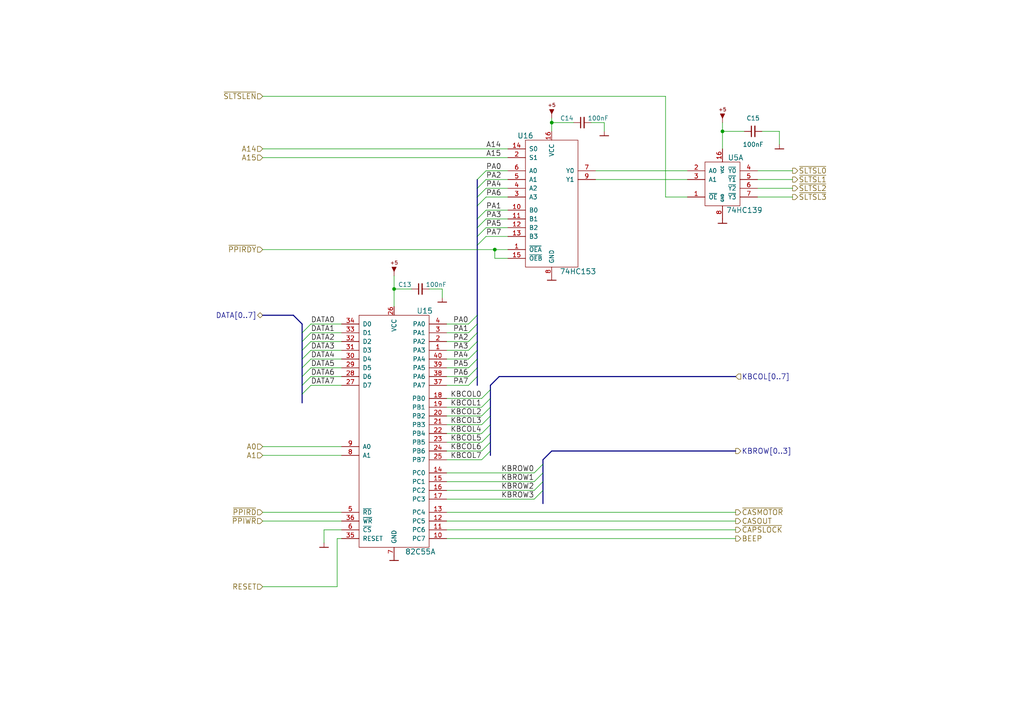
<source format=kicad_sch>
(kicad_sch (version 20211123) (generator eeschema)

  (uuid 40b14a16-fb82-4b9d-89dd-55cd98abb5cc)

  (paper "A4")

  (lib_symbols
    (symbol "artemisa:74HC139" (pin_names (offset 1.016)) (in_bom yes) (on_board yes)
      (property "Reference" "U" (id 0) (at 3.81 7.62 0)
        (effects (font (size 1.27 1.27)))
      )
      (property "Value" "74HC139" (id 1) (at 7.62 -7.62 0)
        (effects (font (size 1.27 1.27)))
      )
      (property "Footprint" "" (id 2) (at 0 -3.81 0)
        (effects (font (size 1.524 1.524)) hide)
      )
      (property "Datasheet" "" (id 3) (at 0 -3.81 0)
        (effects (font (size 1.524 1.524)) hide)
      )
      (symbol "74HC139_1_0"
        (pin power_in line (at 0 10.16 270) (length 3.81)
          (name "VCC" (effects (font (size 0.762 0.762))))
          (number "16" (effects (font (size 1.27 1.27))))
        )
        (pin power_in line (at 0 -10.16 90) (length 3.81)
          (name "GND" (effects (font (size 0.762 0.762))))
          (number "8" (effects (font (size 1.27 1.27))))
        )
      )
      (symbol "74HC139_1_1"
        (rectangle (start -5.08 6.35) (end 5.08 -6.35)
          (stroke (width 0) (type default) (color 0 0 0 0))
          (fill (type none))
        )
        (pin input line (at -10.16 -3.81 0) (length 5.08)
          (name "~{OE}" (effects (font (size 1.27 1.27))))
          (number "1" (effects (font (size 1.27 1.27))))
        )
        (pin input line (at -10.16 3.81 0) (length 5.08)
          (name "A0" (effects (font (size 1.27 1.27))))
          (number "2" (effects (font (size 1.27 1.27))))
        )
        (pin input line (at -10.16 1.27 0) (length 5.08)
          (name "A1" (effects (font (size 1.27 1.27))))
          (number "3" (effects (font (size 1.27 1.27))))
        )
        (pin output line (at 10.16 3.81 180) (length 5.08)
          (name "~{Y0}" (effects (font (size 1.27 1.27))))
          (number "4" (effects (font (size 1.27 1.27))))
        )
        (pin output line (at 10.16 1.27 180) (length 5.08)
          (name "~{Y1}" (effects (font (size 1.27 1.27))))
          (number "5" (effects (font (size 1.27 1.27))))
        )
        (pin output line (at 10.16 -1.27 180) (length 5.08)
          (name "~{Y2}" (effects (font (size 1.27 1.27))))
          (number "6" (effects (font (size 1.27 1.27))))
        )
        (pin output line (at 10.16 -3.81 180) (length 5.08)
          (name "~{Y3}" (effects (font (size 1.27 1.27))))
          (number "7" (effects (font (size 1.27 1.27))))
        )
      )
      (symbol "74HC139_2_1"
        (rectangle (start -5.08 6.35) (end 5.08 -6.35)
          (stroke (width 0) (type default) (color 0 0 0 0))
          (fill (type none))
        )
        (pin output line (at 10.16 -1.27 180) (length 5.08)
          (name "~{Y2}" (effects (font (size 1.27 1.27))))
          (number "10" (effects (font (size 1.27 1.27))))
        )
        (pin output line (at 10.16 1.27 180) (length 5.08)
          (name "~{Y1}" (effects (font (size 1.27 1.27))))
          (number "11" (effects (font (size 1.27 1.27))))
        )
        (pin output line (at 10.16 3.81 180) (length 5.08)
          (name "~{Y0}" (effects (font (size 1.27 1.27))))
          (number "12" (effects (font (size 1.27 1.27))))
        )
        (pin input line (at -10.16 1.27 0) (length 5.08)
          (name "A1" (effects (font (size 1.27 1.27))))
          (number "13" (effects (font (size 1.27 1.27))))
        )
        (pin input line (at -10.16 3.81 0) (length 5.08)
          (name "A0" (effects (font (size 1.27 1.27))))
          (number "14" (effects (font (size 1.27 1.27))))
        )
        (pin input line (at -10.16 -3.81 0) (length 5.08)
          (name "~{OE}" (effects (font (size 1.27 1.27))))
          (number "15" (effects (font (size 1.27 1.27))))
        )
        (pin output line (at 10.16 -3.81 180) (length 5.08)
          (name "~{Y3}" (effects (font (size 1.27 1.27))))
          (number "9" (effects (font (size 1.27 1.27))))
        )
      )
    )
    (symbol "artemisa:74HC153" (pin_names (offset 1.016)) (in_bom yes) (on_board yes)
      (property "Reference" "U" (id 0) (at 6.35 20.32 0)
        (effects (font (size 1.524 1.524)))
      )
      (property "Value" "74HC153" (id 1) (at 6.35 -19.05 0)
        (effects (font (size 1.524 1.524)))
      )
      (property "Footprint" "" (id 2) (at 0 -3.81 0)
        (effects (font (size 1.524 1.524)) hide)
      )
      (property "Datasheet" "" (id 3) (at 0 -3.81 0)
        (effects (font (size 1.524 1.524)) hide)
      )
      (symbol "74HC153_0_1"
        (rectangle (start -7.62 19.05) (end 7.62 -17.78)
          (stroke (width 0) (type default) (color 0 0 0 0))
          (fill (type none))
        )
        (pin input line (at -12.7 -1.27 0) (length 5.08)
          (name "B0" (effects (font (size 1.27 1.27))))
          (number "10" (effects (font (size 1.27 1.27))))
        )
        (pin input line (at -12.7 -3.81 0) (length 5.08)
          (name "B1" (effects (font (size 1.27 1.27))))
          (number "11" (effects (font (size 1.27 1.27))))
        )
        (pin input line (at -12.7 -6.35 0) (length 5.08)
          (name "B2" (effects (font (size 1.27 1.27))))
          (number "12" (effects (font (size 1.27 1.27))))
        )
        (pin input line (at -12.7 -8.89 0) (length 5.08)
          (name "B3" (effects (font (size 1.27 1.27))))
          (number "13" (effects (font (size 1.27 1.27))))
        )
        (pin input line (at -12.7 16.51 0) (length 5.08)
          (name "S0" (effects (font (size 1.27 1.27))))
          (number "14" (effects (font (size 1.27 1.27))))
        )
        (pin power_in line (at 0 21.59 270) (length 2.54)
          (name "VCC" (effects (font (size 1.27 1.27))))
          (number "16" (effects (font (size 1.27 1.27))))
        )
        (pin input line (at -12.7 13.97 0) (length 5.08)
          (name "S1" (effects (font (size 1.27 1.27))))
          (number "2" (effects (font (size 1.27 1.27))))
        )
        (pin input line (at -12.7 2.54 0) (length 5.08)
          (name "A3" (effects (font (size 1.27 1.27))))
          (number "3" (effects (font (size 1.27 1.27))))
        )
        (pin input line (at -12.7 5.08 0) (length 5.08)
          (name "A2" (effects (font (size 1.27 1.27))))
          (number "4" (effects (font (size 1.27 1.27))))
        )
        (pin input line (at -12.7 7.62 0) (length 5.08)
          (name "A1" (effects (font (size 1.27 1.27))))
          (number "5" (effects (font (size 1.27 1.27))))
        )
        (pin input line (at -12.7 10.16 0) (length 5.08)
          (name "A0" (effects (font (size 1.27 1.27))))
          (number "6" (effects (font (size 1.27 1.27))))
        )
        (pin power_in line (at 0 -20.32 90) (length 2.54)
          (name "GND" (effects (font (size 1.27 1.27))))
          (number "8" (effects (font (size 1.27 1.27))))
        )
      )
      (symbol "74HC153_1_1"
        (pin input line (at -12.7 -12.7 0) (length 5.08)
          (name "~{OEA}" (effects (font (size 1.27 1.27))))
          (number "1" (effects (font (size 1.27 1.27))))
        )
        (pin input line (at -12.7 -15.24 0) (length 5.08)
          (name "~{OEB}" (effects (font (size 1.27 1.27))))
          (number "15" (effects (font (size 1.27 1.27))))
        )
        (pin output line (at 12.7 10.16 180) (length 5.08)
          (name "Y0" (effects (font (size 1.27 1.27))))
          (number "7" (effects (font (size 1.27 1.27))))
        )
        (pin output line (at 12.7 7.62 180) (length 5.08)
          (name "Y1" (effects (font (size 1.27 1.27))))
          (number "9" (effects (font (size 1.27 1.27))))
        )
      )
    )
    (symbol "artemisa:82C55A" (pin_names (offset 1.016)) (in_bom yes) (on_board yes)
      (property "Reference" "U" (id 0) (at 8.89 36.83 0)
        (effects (font (size 1.524 1.524)))
      )
      (property "Value" "82C55A" (id 1) (at 7.62 -33.02 0)
        (effects (font (size 1.524 1.524)))
      )
      (property "Footprint" "" (id 2) (at 5.08 13.97 0)
        (effects (font (size 1.524 1.524)) hide)
      )
      (property "Datasheet" "" (id 3) (at 5.08 13.97 0)
        (effects (font (size 1.524 1.524)) hide)
      )
      (symbol "82C55A_0_1"
        (rectangle (start -10.16 35.56) (end 10.16 -31.75)
          (stroke (width 0) (type default) (color 0 0 0 0))
          (fill (type none))
        )
      )
      (symbol "82C55A_1_1"
        (pin bidirectional line (at 15.24 25.4 180) (length 5.08)
          (name "PA3" (effects (font (size 1.27 1.27))))
          (number "1" (effects (font (size 1.27 1.27))))
        )
        (pin bidirectional line (at 15.24 -29.21 180) (length 5.08)
          (name "PC7" (effects (font (size 1.27 1.27))))
          (number "10" (effects (font (size 1.27 1.27))))
        )
        (pin bidirectional line (at 15.24 -26.67 180) (length 5.08)
          (name "PC6" (effects (font (size 1.27 1.27))))
          (number "11" (effects (font (size 1.27 1.27))))
        )
        (pin bidirectional line (at 15.24 -24.13 180) (length 5.08)
          (name "PC5" (effects (font (size 1.27 1.27))))
          (number "12" (effects (font (size 1.27 1.27))))
        )
        (pin bidirectional line (at 15.24 -21.59 180) (length 5.08)
          (name "PC4" (effects (font (size 1.27 1.27))))
          (number "13" (effects (font (size 1.27 1.27))))
        )
        (pin bidirectional line (at 15.24 -10.16 180) (length 5.08)
          (name "PC0" (effects (font (size 1.27 1.27))))
          (number "14" (effects (font (size 1.27 1.27))))
        )
        (pin bidirectional line (at 15.24 -12.7 180) (length 5.08)
          (name "PC1" (effects (font (size 1.27 1.27))))
          (number "15" (effects (font (size 1.27 1.27))))
        )
        (pin bidirectional line (at 15.24 -15.24 180) (length 5.08)
          (name "PC2" (effects (font (size 1.27 1.27))))
          (number "16" (effects (font (size 1.27 1.27))))
        )
        (pin bidirectional line (at 15.24 -17.78 180) (length 5.08)
          (name "PC3" (effects (font (size 1.27 1.27))))
          (number "17" (effects (font (size 1.27 1.27))))
        )
        (pin bidirectional line (at 15.24 11.43 180) (length 5.08)
          (name "PB0" (effects (font (size 1.27 1.27))))
          (number "18" (effects (font (size 1.27 1.27))))
        )
        (pin bidirectional line (at 15.24 8.89 180) (length 5.08)
          (name "PB1" (effects (font (size 1.27 1.27))))
          (number "19" (effects (font (size 1.27 1.27))))
        )
        (pin bidirectional line (at 15.24 27.94 180) (length 5.08)
          (name "PA2" (effects (font (size 1.27 1.27))))
          (number "2" (effects (font (size 1.27 1.27))))
        )
        (pin bidirectional line (at 15.24 6.35 180) (length 5.08)
          (name "PB2" (effects (font (size 1.27 1.27))))
          (number "20" (effects (font (size 1.27 1.27))))
        )
        (pin bidirectional line (at 15.24 3.81 180) (length 5.08)
          (name "PB3" (effects (font (size 1.27 1.27))))
          (number "21" (effects (font (size 1.27 1.27))))
        )
        (pin bidirectional line (at 15.24 1.27 180) (length 5.08)
          (name "PB4" (effects (font (size 1.27 1.27))))
          (number "22" (effects (font (size 1.27 1.27))))
        )
        (pin bidirectional line (at 15.24 -1.27 180) (length 5.08)
          (name "PB5" (effects (font (size 1.27 1.27))))
          (number "23" (effects (font (size 1.27 1.27))))
        )
        (pin bidirectional line (at 15.24 -3.81 180) (length 5.08)
          (name "PB6" (effects (font (size 1.27 1.27))))
          (number "24" (effects (font (size 1.27 1.27))))
        )
        (pin bidirectional line (at 15.24 -6.35 180) (length 5.08)
          (name "PB7" (effects (font (size 1.27 1.27))))
          (number "25" (effects (font (size 1.27 1.27))))
        )
        (pin power_in line (at 0 38.1 270) (length 2.54)
          (name "VCC" (effects (font (size 1.27 1.27))))
          (number "26" (effects (font (size 1.27 1.27))))
        )
        (pin input line (at -15.24 15.24 0) (length 5.08)
          (name "D7" (effects (font (size 1.27 1.27))))
          (number "27" (effects (font (size 1.27 1.27))))
        )
        (pin input line (at -15.24 17.78 0) (length 5.08)
          (name "D6" (effects (font (size 1.27 1.27))))
          (number "28" (effects (font (size 1.27 1.27))))
        )
        (pin input line (at -15.24 20.32 0) (length 5.08)
          (name "D5" (effects (font (size 1.27 1.27))))
          (number "29" (effects (font (size 1.27 1.27))))
        )
        (pin bidirectional line (at 15.24 30.48 180) (length 5.08)
          (name "PA1" (effects (font (size 1.27 1.27))))
          (number "3" (effects (font (size 1.27 1.27))))
        )
        (pin input line (at -15.24 22.86 0) (length 5.08)
          (name "D4" (effects (font (size 1.27 1.27))))
          (number "30" (effects (font (size 1.27 1.27))))
        )
        (pin input line (at -15.24 25.4 0) (length 5.08)
          (name "D3" (effects (font (size 1.27 1.27))))
          (number "31" (effects (font (size 1.27 1.27))))
        )
        (pin input line (at -15.24 27.94 0) (length 5.08)
          (name "D2" (effects (font (size 1.27 1.27))))
          (number "32" (effects (font (size 1.27 1.27))))
        )
        (pin input line (at -15.24 30.48 0) (length 5.08)
          (name "D1" (effects (font (size 1.27 1.27))))
          (number "33" (effects (font (size 1.27 1.27))))
        )
        (pin input line (at -15.24 33.02 0) (length 5.08)
          (name "D0" (effects (font (size 1.27 1.27))))
          (number "34" (effects (font (size 1.27 1.27))))
        )
        (pin input line (at -15.24 -29.21 0) (length 5.08)
          (name "RESET" (effects (font (size 1.27 1.27))))
          (number "35" (effects (font (size 1.27 1.27))))
        )
        (pin input line (at -15.24 -24.13 0) (length 5.08)
          (name "~{WR}" (effects (font (size 1.27 1.27))))
          (number "36" (effects (font (size 1.27 1.27))))
        )
        (pin bidirectional line (at 15.24 15.24 180) (length 5.08)
          (name "PA7" (effects (font (size 1.27 1.27))))
          (number "37" (effects (font (size 1.27 1.27))))
        )
        (pin bidirectional line (at 15.24 17.78 180) (length 5.08)
          (name "PA6" (effects (font (size 1.27 1.27))))
          (number "38" (effects (font (size 1.27 1.27))))
        )
        (pin bidirectional line (at 15.24 20.32 180) (length 5.08)
          (name "PA5" (effects (font (size 1.27 1.27))))
          (number "39" (effects (font (size 1.27 1.27))))
        )
        (pin bidirectional line (at 15.24 33.02 180) (length 5.08)
          (name "PA0" (effects (font (size 1.27 1.27))))
          (number "4" (effects (font (size 1.27 1.27))))
        )
        (pin bidirectional line (at 15.24 22.86 180) (length 5.08)
          (name "PA4" (effects (font (size 1.27 1.27))))
          (number "40" (effects (font (size 1.27 1.27))))
        )
        (pin input line (at -15.24 -21.59 0) (length 5.08)
          (name "~{RD}" (effects (font (size 1.27 1.27))))
          (number "5" (effects (font (size 1.27 1.27))))
        )
        (pin input line (at -15.24 -26.67 0) (length 5.08)
          (name "~{CS}" (effects (font (size 1.27 1.27))))
          (number "6" (effects (font (size 1.27 1.27))))
        )
        (pin power_in line (at 0 -34.29 90) (length 2.54)
          (name "GND" (effects (font (size 1.27 1.27))))
          (number "7" (effects (font (size 1.27 1.27))))
        )
        (pin input line (at -15.24 -5.08 0) (length 5.08)
          (name "A1" (effects (font (size 1.27 1.27))))
          (number "8" (effects (font (size 1.27 1.27))))
        )
        (pin input line (at -15.24 -2.54 0) (length 5.08)
          (name "A0" (effects (font (size 1.27 1.27))))
          (number "9" (effects (font (size 1.27 1.27))))
        )
      )
    )
    (symbol "artemisa:Cap" (pin_numbers hide) (pin_names (offset 0.254) hide) (in_bom yes) (on_board yes)
      (property "Reference" "C" (id 0) (at 0.254 1.778 0)
        (effects (font (size 1.27 1.27)) (justify left))
      )
      (property "Value" "Cap" (id 1) (at 0.254 -2.032 0)
        (effects (font (size 1.27 1.27)) (justify left))
      )
      (property "Footprint" "" (id 2) (at 0 0 0)
        (effects (font (size 1.27 1.27)) hide)
      )
      (property "Datasheet" "" (id 3) (at 0 0 0)
        (effects (font (size 1.27 1.27)) hide)
      )
      (property "ki_fp_filters" "C_*" (id 4) (at 0 0 0)
        (effects (font (size 1.27 1.27)) hide)
      )
      (symbol "Cap_0_1"
        (polyline
          (pts
            (xy -1.524 -0.508)
            (xy 1.524 -0.508)
          )
          (stroke (width 0.3302) (type default) (color 0 0 0 0))
          (fill (type none))
        )
        (polyline
          (pts
            (xy -1.524 0.508)
            (xy 1.524 0.508)
          )
          (stroke (width 0.3048) (type default) (color 0 0 0 0))
          (fill (type none))
        )
      )
      (symbol "Cap_1_1"
        (pin passive line (at 0 2.54 270) (length 2.032)
          (name "~" (effects (font (size 1.27 1.27))))
          (number "1" (effects (font (size 1.27 1.27))))
        )
        (pin passive line (at 0 -2.54 90) (length 2.032)
          (name "~" (effects (font (size 1.27 1.27))))
          (number "2" (effects (font (size 1.27 1.27))))
        )
      )
    )
    (symbol "artemisa:GND" (power) (pin_numbers hide) (pin_names (offset 0) hide) (in_bom yes) (on_board yes)
      (property "Reference" "#PWR" (id 0) (at 0 -2.54 0)
        (effects (font (size 1.524 1.524)) hide)
      )
      (property "Value" "GND" (id 1) (at 0 2.54 0)
        (effects (font (size 1.524 1.524)) hide)
      )
      (property "Footprint" "" (id 2) (at 0 0 0)
        (effects (font (size 1.524 1.524)) hide)
      )
      (property "Datasheet" "" (id 3) (at 0 0 0)
        (effects (font (size 1.524 1.524)) hide)
      )
      (symbol "GND_0_1"
        (polyline
          (pts
            (xy -1.27 -1.27)
            (xy 1.27 -1.27)
          )
          (stroke (width 0.254) (type default) (color 0 0 0 0))
          (fill (type none))
        )
      )
      (symbol "GND_1_1"
        (pin power_in line (at 0 0 270) (length 1.27)
          (name "GND" (effects (font (size 1.27 1.27))))
          (number "~" (effects (font (size 1.27 1.27))))
        )
      )
    )
    (symbol "artemisa:VCC" (power) (pin_numbers hide) (pin_names (offset 0) hide) (in_bom yes) (on_board yes)
      (property "Reference" "#PWR" (id 0) (at 0 -1.27 0)
        (effects (font (size 1.524 1.524)) hide)
      )
      (property "Value" "VCC" (id 1) (at 0 6.35 0)
        (effects (font (size 1.524 1.524)) hide)
      )
      (property "Footprint" "" (id 2) (at 0 0 0)
        (effects (font (size 1.524 1.524)) hide)
      )
      (property "Datasheet" "" (id 3) (at 0 0 0)
        (effects (font (size 1.524 1.524)) hide)
      )
      (symbol "VCC_0_0"
        (text "+5" (at 0 3.81 0)
          (effects (font (size 1.016 1.016)))
        )
      )
      (symbol "VCC_0_1"
        (polyline
          (pts
            (xy 0 1.27)
            (xy 0.635 2.54)
            (xy -0.635 2.54)
            (xy 0 1.27)
          )
          (stroke (width 0) (type default) (color 0 0 0 0))
          (fill (type outline))
        )
      )
      (symbol "VCC_1_1"
        (pin power_in line (at 0 0 90) (length 1.27)
          (name "VCC" (effects (font (size 1.27 1.27))))
          (number "1" (effects (font (size 1.27 1.27))))
        )
      )
    )
  )


  (junction (at 209.55 38.1) (diameter 0) (color 0 0 0 0)
    (uuid 22bb6c80-05a9-4d89-98b0-f4c23fe6c1ce)
  )
  (junction (at 160.02 35.56) (diameter 0) (color 0 0 0 0)
    (uuid e17e6c0e-7e5b-43f0-ad48-0a2760b45b04)
  )
  (junction (at 143.51 72.39) (diameter 0) (color 0 0 0 0)
    (uuid e97b5984-9f0f-43a4-9b8a-838eef4cceb2)
  )
  (junction (at 114.3 83.82) (diameter 0) (color 0 0 0 0)
    (uuid f959907b-1cef-4760-b043-4260a660a2ae)
  )

  (bus_entry (at 154.94 137.16) (size 2.54 -2.54)
    (stroke (width 0) (type default) (color 0 0 0 0))
    (uuid 0520f61d-4522-4301-a3fa-8ed0bf060f69)
  )
  (bus_entry (at 138.43 106.68) (size -2.54 2.54)
    (stroke (width 0) (type default) (color 0 0 0 0))
    (uuid 0ae82096-0994-4fb0-9a2a-d4ac4804abac)
  )
  (bus_entry (at 138.43 57.15) (size 2.54 -2.54)
    (stroke (width 0) (type default) (color 0 0 0 0))
    (uuid 109caac1-5036-4f23-9a66-f569d871501b)
  )
  (bus_entry (at 142.24 130.81) (size -2.54 2.54)
    (stroke (width 0) (type default) (color 0 0 0 0))
    (uuid 155b0b7c-70b4-4a26-a550-bac13cab0aa4)
  )
  (bus_entry (at 138.43 101.6) (size -2.54 2.54)
    (stroke (width 0) (type default) (color 0 0 0 0))
    (uuid 1c68b844-c861-46b7-b734-0242168a4220)
  )
  (bus_entry (at 138.43 66.04) (size 2.54 -2.54)
    (stroke (width 0) (type default) (color 0 0 0 0))
    (uuid 1f8b2c0c-b042-4e2e-80f6-4959a27b238f)
  )
  (bus_entry (at 142.24 128.27) (size -2.54 2.54)
    (stroke (width 0) (type default) (color 0 0 0 0))
    (uuid 1fa508ef-df83-4c99-846b-9acf535b3ad9)
  )
  (bus_entry (at 138.43 96.52) (size -2.54 2.54)
    (stroke (width 0) (type default) (color 0 0 0 0))
    (uuid 224768bc-6009-43ba-aa4a-70cbaa15b5a3)
  )
  (bus_entry (at 87.63 106.68) (size 2.54 -2.54)
    (stroke (width 0) (type default) (color 0 0 0 0))
    (uuid 37f31dec-63fc-4634-a141-5dc5d2b60fe4)
  )
  (bus_entry (at 154.94 139.7) (size 2.54 -2.54)
    (stroke (width 0) (type default) (color 0 0 0 0))
    (uuid 411d4270-c66c-4318-b7fb-1470d34862b8)
  )
  (bus_entry (at 87.63 96.52) (size 2.54 -2.54)
    (stroke (width 0) (type default) (color 0 0 0 0))
    (uuid 4e315e69-0417-463a-8b7f-469a08d1496e)
  )
  (bus_entry (at 142.24 125.73) (size -2.54 2.54)
    (stroke (width 0) (type default) (color 0 0 0 0))
    (uuid 4f411f68-04bd-4175-a406-bcaa4cf6601e)
  )
  (bus_entry (at 87.63 99.06) (size 2.54 -2.54)
    (stroke (width 0) (type default) (color 0 0 0 0))
    (uuid 4fa10683-33cd-4dcd-8acc-2415cd63c62a)
  )
  (bus_entry (at 138.43 63.5) (size 2.54 -2.54)
    (stroke (width 0) (type default) (color 0 0 0 0))
    (uuid 6b7c1048-12b6-46b2-b762-fa3ad30472dd)
  )
  (bus_entry (at 142.24 113.03) (size -2.54 2.54)
    (stroke (width 0) (type default) (color 0 0 0 0))
    (uuid 6e435cd4-da2b-4602-a0aa-5dd988834dff)
  )
  (bus_entry (at 142.24 115.57) (size -2.54 2.54)
    (stroke (width 0) (type default) (color 0 0 0 0))
    (uuid 6f675e5f-8fe6-4148-baf1-da97afc770f8)
  )
  (bus_entry (at 87.63 111.76) (size 2.54 -2.54)
    (stroke (width 0) (type default) (color 0 0 0 0))
    (uuid 70fb572d-d5ec-41e7-9482-63d4578b4f47)
  )
  (bus_entry (at 154.94 144.78) (size 2.54 -2.54)
    (stroke (width 0) (type default) (color 0 0 0 0))
    (uuid 795e68e2-c9ba-45cf-9bff-89b8fae05b5a)
  )
  (bus_entry (at 138.43 68.58) (size 2.54 -2.54)
    (stroke (width 0) (type default) (color 0 0 0 0))
    (uuid 79e31048-072a-4a40-a625-26bb0b5f046b)
  )
  (bus_entry (at 138.43 54.61) (size 2.54 -2.54)
    (stroke (width 0) (type default) (color 0 0 0 0))
    (uuid 7c04618d-9115-4179-b234-a8faf854ea92)
  )
  (bus_entry (at 138.43 93.98) (size -2.54 2.54)
    (stroke (width 0) (type default) (color 0 0 0 0))
    (uuid 89c0bc4d-eee5-4a77-ac35-d30b35db5cbe)
  )
  (bus_entry (at 142.24 123.19) (size -2.54 2.54)
    (stroke (width 0) (type default) (color 0 0 0 0))
    (uuid 8fc062a7-114d-48eb-a8f8-71128838f380)
  )
  (bus_entry (at 154.94 142.24) (size 2.54 -2.54)
    (stroke (width 0) (type default) (color 0 0 0 0))
    (uuid 8fcec304-c6b1-4655-8326-beacd0476953)
  )
  (bus_entry (at 142.24 120.65) (size -2.54 2.54)
    (stroke (width 0) (type default) (color 0 0 0 0))
    (uuid 917920ab-0c6e-4927-974d-ef342cdd4f63)
  )
  (bus_entry (at 138.43 52.07) (size 2.54 -2.54)
    (stroke (width 0) (type default) (color 0 0 0 0))
    (uuid 998b7fa5-31a5-472e-9572-49d5226d6098)
  )
  (bus_entry (at 138.43 91.44) (size -2.54 2.54)
    (stroke (width 0) (type default) (color 0 0 0 0))
    (uuid a7531a95-7ca1-4f34-955e-18120cec99e6)
  )
  (bus_entry (at 87.63 101.6) (size 2.54 -2.54)
    (stroke (width 0) (type default) (color 0 0 0 0))
    (uuid b1ddb058-f7b2-429c-9489-f4e2242ad7e5)
  )
  (bus_entry (at 138.43 71.12) (size 2.54 -2.54)
    (stroke (width 0) (type default) (color 0 0 0 0))
    (uuid b873bc5d-a9af-4bd9-afcb-87ce4d417120)
  )
  (bus_entry (at 138.43 109.22) (size -2.54 2.54)
    (stroke (width 0) (type default) (color 0 0 0 0))
    (uuid b9bb0e73-161a-4d06-b6eb-a9f66d8a95f5)
  )
  (bus_entry (at 87.63 104.14) (size 2.54 -2.54)
    (stroke (width 0) (type default) (color 0 0 0 0))
    (uuid c106154f-d948-43e5-abfa-e1b96055d91b)
  )
  (bus_entry (at 138.43 99.06) (size -2.54 2.54)
    (stroke (width 0) (type default) (color 0 0 0 0))
    (uuid cada57e2-1fa7-4b9d-a2a0-2218773d5c50)
  )
  (bus_entry (at 87.63 109.22) (size 2.54 -2.54)
    (stroke (width 0) (type default) (color 0 0 0 0))
    (uuid cf386a39-fc62-49dd-8ec5-e044f6bd67ce)
  )
  (bus_entry (at 142.24 118.11) (size -2.54 2.54)
    (stroke (width 0) (type default) (color 0 0 0 0))
    (uuid d69a5fdf-de15-4ec9-94f6-f9ee2f4b69fa)
  )
  (bus_entry (at 87.63 114.3) (size 2.54 -2.54)
    (stroke (width 0) (type default) (color 0 0 0 0))
    (uuid e54e5e19-1deb-49a9-8629-617db8e434c0)
  )
  (bus_entry (at 138.43 104.14) (size -2.54 2.54)
    (stroke (width 0) (type default) (color 0 0 0 0))
    (uuid e7bb7815-0d52-4bb8-b29a-8cf960bd2905)
  )
  (bus_entry (at 138.43 59.69) (size 2.54 -2.54)
    (stroke (width 0) (type default) (color 0 0 0 0))
    (uuid f1447ad6-651c-45be-a2d6-33bddf672c2c)
  )

  (bus (pts (xy 138.43 52.07) (xy 138.43 54.61))
    (stroke (width 0) (type default) (color 0 0 0 0))
    (uuid 011ee658-718d-416a-85fd-961729cd1ee5)
  )

  (wire (pts (xy 93.98 153.67) (xy 93.98 157.48))
    (stroke (width 0) (type default) (color 0 0 0 0))
    (uuid 065b9982-55f2-4822-977e-07e8a06e7b35)
  )
  (wire (pts (xy 90.17 93.98) (xy 99.06 93.98))
    (stroke (width 0) (type default) (color 0 0 0 0))
    (uuid 071522c0-d0ed-49b9-906e-6295f67fb0dc)
  )
  (bus (pts (xy 138.43 68.58) (xy 138.43 71.12))
    (stroke (width 0) (type default) (color 0 0 0 0))
    (uuid 0aadf54d-dacf-4007-aabb-7ac26ba5bd37)
  )

  (wire (pts (xy 140.97 57.15) (xy 147.32 57.15))
    (stroke (width 0) (type default) (color 0 0 0 0))
    (uuid 0cc45b5b-96b3-4284-9cae-a3a9e324a916)
  )
  (wire (pts (xy 135.89 99.06) (xy 129.54 99.06))
    (stroke (width 0) (type default) (color 0 0 0 0))
    (uuid 0f324b67-75ef-407f-8dbc-3c1fc5c2abba)
  )
  (wire (pts (xy 128.27 83.82) (xy 128.27 86.36))
    (stroke (width 0) (type default) (color 0 0 0 0))
    (uuid 0fd35a3e-b394-4aae-875a-fac843f9cbb7)
  )
  (wire (pts (xy 135.89 93.98) (xy 129.54 93.98))
    (stroke (width 0) (type default) (color 0 0 0 0))
    (uuid 0fdc6f30-77bc-4e9b-8665-c8aa9acf5bf9)
  )
  (wire (pts (xy 76.2 129.54) (xy 99.06 129.54))
    (stroke (width 0) (type default) (color 0 0 0 0))
    (uuid 1199146e-a60b-416a-b503-e77d6d2892f9)
  )
  (bus (pts (xy 87.63 111.76) (xy 87.63 114.3))
    (stroke (width 0) (type default) (color 0 0 0 0))
    (uuid 13a13473-0513-4470-a633-0eb288464690)
  )
  (bus (pts (xy 144.78 109.22) (xy 213.36 109.22))
    (stroke (width 0) (type default) (color 0 0 0 0))
    (uuid 143ed874-a01f-4ced-ba4e-bbb66ddd1f70)
  )

  (wire (pts (xy 143.51 72.39) (xy 147.32 72.39))
    (stroke (width 0) (type default) (color 0 0 0 0))
    (uuid 16121028-bdf5-49c0-aae7-e28fe5bfa771)
  )
  (wire (pts (xy 175.26 35.56) (xy 175.26 38.1))
    (stroke (width 0) (type default) (color 0 0 0 0))
    (uuid 180245d9-4a3f-4d1b-adcc-b4eafac722e0)
  )
  (wire (pts (xy 160.02 34.29) (xy 160.02 35.56))
    (stroke (width 0) (type default) (color 0 0 0 0))
    (uuid 196a8dd5-5fd6-4c7f-ae4a-0104bd82e61b)
  )
  (wire (pts (xy 140.97 52.07) (xy 147.32 52.07))
    (stroke (width 0) (type default) (color 0 0 0 0))
    (uuid 19b0959e-a79b-43b2-a5ad-525ced7e9131)
  )
  (bus (pts (xy 87.63 114.3) (xy 87.63 116.84))
    (stroke (width 0) (type default) (color 0 0 0 0))
    (uuid 19f4b8b4-be0c-4288-abe5-c17502fc672f)
  )

  (wire (pts (xy 129.54 137.16) (xy 154.94 137.16))
    (stroke (width 0) (type default) (color 0 0 0 0))
    (uuid 221bef83-3ea7-4d3f-adeb-53a8a07c6273)
  )
  (bus (pts (xy 142.24 130.81) (xy 142.24 132.08))
    (stroke (width 0) (type default) (color 0 0 0 0))
    (uuid 225fc398-2971-432f-ba6d-b4d5757d1c6e)
  )
  (bus (pts (xy 87.63 101.6) (xy 87.63 104.14))
    (stroke (width 0) (type default) (color 0 0 0 0))
    (uuid 22ba7011-af16-481a-be60-4832e2fa49b7)
  )
  (bus (pts (xy 138.43 101.6) (xy 138.43 104.14))
    (stroke (width 0) (type default) (color 0 0 0 0))
    (uuid 2536e930-06a4-43c1-bb06-fbe9f6f63e41)
  )

  (wire (pts (xy 219.71 49.53) (xy 229.87 49.53))
    (stroke (width 0) (type default) (color 0 0 0 0))
    (uuid 26801cfb-b53b-4a6a-a2f4-5f4986565765)
  )
  (bus (pts (xy 138.43 109.22) (xy 138.43 111.76))
    (stroke (width 0) (type default) (color 0 0 0 0))
    (uuid 26d0960c-3dad-40b7-9ad0-2a8d7207d84f)
  )
  (bus (pts (xy 142.24 125.73) (xy 142.24 128.27))
    (stroke (width 0) (type default) (color 0 0 0 0))
    (uuid 27ff589f-3de7-4185-b7df-d1dbb0da622f)
  )

  (wire (pts (xy 139.7 133.35) (xy 129.54 133.35))
    (stroke (width 0) (type default) (color 0 0 0 0))
    (uuid 2891767f-251c-48c4-91c0-deb1b368f45c)
  )
  (wire (pts (xy 209.55 38.1) (xy 209.55 35.56))
    (stroke (width 0) (type default) (color 0 0 0 0))
    (uuid 2db910a0-b943-40b4-b81f-068ba5265f56)
  )
  (wire (pts (xy 90.17 106.68) (xy 99.06 106.68))
    (stroke (width 0) (type default) (color 0 0 0 0))
    (uuid 2dc54bac-8640-4dd7-b8ed-3c7acb01a8ea)
  )
  (wire (pts (xy 119.38 83.82) (xy 114.3 83.82))
    (stroke (width 0) (type default) (color 0 0 0 0))
    (uuid 30317bf0-88bb-49e7-bf8b-9f3883982225)
  )
  (bus (pts (xy 87.63 104.14) (xy 87.63 106.68))
    (stroke (width 0) (type default) (color 0 0 0 0))
    (uuid 3147e880-51e1-4334-9901-8c646d0f1c58)
  )

  (wire (pts (xy 135.89 111.76) (xy 129.54 111.76))
    (stroke (width 0) (type default) (color 0 0 0 0))
    (uuid 34d03349-6d78-4165-a683-2d8b76f2bae8)
  )
  (bus (pts (xy 87.63 96.52) (xy 87.63 99.06))
    (stroke (width 0) (type default) (color 0 0 0 0))
    (uuid 36ddd131-24a1-406c-a011-522c67b17ac1)
  )

  (wire (pts (xy 76.2 151.13) (xy 99.06 151.13))
    (stroke (width 0) (type default) (color 0 0 0 0))
    (uuid 3f43d730-2a73-49fe-9672-32428e7f5b49)
  )
  (wire (pts (xy 226.06 38.1) (xy 220.98 38.1))
    (stroke (width 0) (type default) (color 0 0 0 0))
    (uuid 3f8a5430-68a9-4732-9b89-4e00dd8ae219)
  )
  (bus (pts (xy 157.48 133.35) (xy 160.02 130.81))
    (stroke (width 0) (type default) (color 0 0 0 0))
    (uuid 3fb2e8e3-7579-49ea-8f1f-0415e04bfd8d)
  )
  (bus (pts (xy 142.24 111.76) (xy 144.78 109.22))
    (stroke (width 0) (type default) (color 0 0 0 0))
    (uuid 4208e0be-10e2-4b80-a414-1519879271b4)
  )

  (wire (pts (xy 226.06 41.91) (xy 226.06 38.1))
    (stroke (width 0) (type default) (color 0 0 0 0))
    (uuid 42ff012d-5eb7-42b9-bb45-415cf26799c6)
  )
  (wire (pts (xy 129.54 156.21) (xy 213.36 156.21))
    (stroke (width 0) (type default) (color 0 0 0 0))
    (uuid 479331ff-c540-41f4-84e6-b48d65171e59)
  )
  (wire (pts (xy 129.54 142.24) (xy 154.94 142.24))
    (stroke (width 0) (type default) (color 0 0 0 0))
    (uuid 4ba06b66-7669-4c70-b585-f5d4c9c33527)
  )
  (wire (pts (xy 143.51 74.93) (xy 143.51 72.39))
    (stroke (width 0) (type default) (color 0 0 0 0))
    (uuid 4db55cb8-197b-4402-871f-ce582b65664b)
  )
  (wire (pts (xy 160.02 35.56) (xy 166.37 35.56))
    (stroke (width 0) (type default) (color 0 0 0 0))
    (uuid 54212c01-b363-47b8-a145-45c40df316f4)
  )
  (bus (pts (xy 85.09 91.44) (xy 87.63 93.98))
    (stroke (width 0) (type default) (color 0 0 0 0))
    (uuid 56de11c8-54d5-46a3-86f3-42d9503bfc91)
  )
  (bus (pts (xy 142.24 128.27) (xy 142.24 130.81))
    (stroke (width 0) (type default) (color 0 0 0 0))
    (uuid 58ed07e4-b138-4a86-827e-36284fa14c0b)
  )

  (wire (pts (xy 154.94 144.78) (xy 129.54 144.78))
    (stroke (width 0) (type default) (color 0 0 0 0))
    (uuid 60ff6322-62e2-4602-9bc0-7a0f0a5ecfbf)
  )
  (bus (pts (xy 138.43 93.98) (xy 138.43 96.52))
    (stroke (width 0) (type default) (color 0 0 0 0))
    (uuid 6383d51c-2a4a-451b-80f6-d8ddd181fcca)
  )
  (bus (pts (xy 157.48 139.7) (xy 157.48 142.24))
    (stroke (width 0) (type default) (color 0 0 0 0))
    (uuid 677f7fd6-fe65-4132-818c-44a0c91f5c31)
  )

  (wire (pts (xy 139.7 118.11) (xy 129.54 118.11))
    (stroke (width 0) (type default) (color 0 0 0 0))
    (uuid 699feae1-8cdd-4d2b-947f-f24849c73cdb)
  )
  (wire (pts (xy 99.06 156.21) (xy 97.79 156.21))
    (stroke (width 0) (type default) (color 0 0 0 0))
    (uuid 6d1d60ff-408a-47a7-892f-c5cf9ef6ca75)
  )
  (bus (pts (xy 142.24 120.65) (xy 142.24 123.19))
    (stroke (width 0) (type default) (color 0 0 0 0))
    (uuid 6e377ae5-9877-4223-a4f6-977c4c2655d4)
  )

  (wire (pts (xy 219.71 54.61) (xy 229.87 54.61))
    (stroke (width 0) (type default) (color 0 0 0 0))
    (uuid 6f80f798-dc24-438f-a1eb-4ee2936267c8)
  )
  (wire (pts (xy 199.39 57.15) (xy 193.04 57.15))
    (stroke (width 0) (type default) (color 0 0 0 0))
    (uuid 71989e06-8659-4605-b2da-4f729cc41263)
  )
  (bus (pts (xy 87.63 93.98) (xy 87.63 96.52))
    (stroke (width 0) (type default) (color 0 0 0 0))
    (uuid 72508b1f-1505-46cb-9d37-2081c5a12aca)
  )
  (bus (pts (xy 142.24 123.19) (xy 142.24 125.73))
    (stroke (width 0) (type default) (color 0 0 0 0))
    (uuid 73123040-7d91-4ece-b049-ee26e19f852f)
  )
  (bus (pts (xy 142.24 115.57) (xy 142.24 118.11))
    (stroke (width 0) (type default) (color 0 0 0 0))
    (uuid 73eb1d6b-3e2d-4317-bc4c-c77f232aa2cf)
  )
  (bus (pts (xy 138.43 106.68) (xy 138.43 109.22))
    (stroke (width 0) (type default) (color 0 0 0 0))
    (uuid 75b57470-3933-4be6-8842-b2898714961d)
  )

  (wire (pts (xy 90.17 109.22) (xy 99.06 109.22))
    (stroke (width 0) (type default) (color 0 0 0 0))
    (uuid 7afa54c4-2181-41d3-81f7-39efc497ecae)
  )
  (bus (pts (xy 138.43 57.15) (xy 138.43 59.69))
    (stroke (width 0) (type default) (color 0 0 0 0))
    (uuid 7d64a0a0-384d-4e31-a03a-22264a524862)
  )
  (bus (pts (xy 157.48 133.35) (xy 157.48 134.62))
    (stroke (width 0) (type default) (color 0 0 0 0))
    (uuid 802c2dc3-ca9f-491e-9d66-7893e89ac34c)
  )

  (wire (pts (xy 135.89 96.52) (xy 129.54 96.52))
    (stroke (width 0) (type default) (color 0 0 0 0))
    (uuid 8195a7cf-4576-44dd-9e0e-ee048fdb93dd)
  )
  (bus (pts (xy 157.48 137.16) (xy 157.48 139.7))
    (stroke (width 0) (type default) (color 0 0 0 0))
    (uuid 8727dfe0-a564-4062-a385-c46672a2b168)
  )

  (wire (pts (xy 135.89 109.22) (xy 129.54 109.22))
    (stroke (width 0) (type default) (color 0 0 0 0))
    (uuid 88d2c4b8-79f2-4e8b-9f70-b7e0ed9c70f8)
  )
  (wire (pts (xy 140.97 54.61) (xy 147.32 54.61))
    (stroke (width 0) (type default) (color 0 0 0 0))
    (uuid 8c1605f9-6c91-4701-96bf-e753661d5e23)
  )
  (bus (pts (xy 157.48 134.62) (xy 157.48 137.16))
    (stroke (width 0) (type default) (color 0 0 0 0))
    (uuid 8edc60cf-d5df-4697-953b-31cc055aba5f)
  )

  (wire (pts (xy 147.32 45.72) (xy 76.2 45.72))
    (stroke (width 0) (type default) (color 0 0 0 0))
    (uuid 9031bb33-c6aa-4758-bf5c-3274ed3ebab7)
  )
  (bus (pts (xy 157.48 142.24) (xy 157.48 146.05))
    (stroke (width 0) (type default) (color 0 0 0 0))
    (uuid 915afd34-85f2-4f65-b2f6-5c607c325148)
  )

  (wire (pts (xy 76.2 27.94) (xy 193.04 27.94))
    (stroke (width 0) (type default) (color 0 0 0 0))
    (uuid 9186dae5-6dc3-4744-9f90-e697559c6ac8)
  )
  (bus (pts (xy 160.02 130.81) (xy 213.36 130.81))
    (stroke (width 0) (type default) (color 0 0 0 0))
    (uuid 9186fd02-f30d-4e17-aa38-378ab73e3908)
  )

  (wire (pts (xy 90.17 104.14) (xy 99.06 104.14))
    (stroke (width 0) (type default) (color 0 0 0 0))
    (uuid 91c1eb0a-67ae-4ef0-95ce-d060a03a7313)
  )
  (wire (pts (xy 215.9 38.1) (xy 209.55 38.1))
    (stroke (width 0) (type default) (color 0 0 0 0))
    (uuid 96de0051-7945-413a-9219-1ab367546962)
  )
  (bus (pts (xy 138.43 71.12) (xy 138.43 91.44))
    (stroke (width 0) (type default) (color 0 0 0 0))
    (uuid 96fd148c-2abd-4da2-a739-1fc716e496e9)
  )
  (bus (pts (xy 138.43 99.06) (xy 138.43 101.6))
    (stroke (width 0) (type default) (color 0 0 0 0))
    (uuid 997ebd3b-fb52-489d-905e-2a7aae5bd517)
  )

  (wire (pts (xy 172.72 49.53) (xy 199.39 49.53))
    (stroke (width 0) (type default) (color 0 0 0 0))
    (uuid 9a0b74a5-4879-4b51-8e8e-6d85a0107422)
  )
  (wire (pts (xy 147.32 74.93) (xy 143.51 74.93))
    (stroke (width 0) (type default) (color 0 0 0 0))
    (uuid 9aedbb9e-8340-4899-b813-05b23382a36b)
  )
  (wire (pts (xy 129.54 130.81) (xy 139.7 130.81))
    (stroke (width 0) (type default) (color 0 0 0 0))
    (uuid 9bac9ad3-a7b9-47f0-87c7-d8630653df68)
  )
  (wire (pts (xy 90.17 96.52) (xy 99.06 96.52))
    (stroke (width 0) (type default) (color 0 0 0 0))
    (uuid 9cbf35b8-f4d3-42a3-bb16-04ffd03fd8fd)
  )
  (wire (pts (xy 135.89 104.14) (xy 129.54 104.14))
    (stroke (width 0) (type default) (color 0 0 0 0))
    (uuid 9f80220c-1612-4589-b9ca-a5579617bdb8)
  )
  (wire (pts (xy 76.2 148.59) (xy 99.06 148.59))
    (stroke (width 0) (type default) (color 0 0 0 0))
    (uuid a24ce0e2-fdd3-4e6a-b754-5dee9713dd27)
  )
  (bus (pts (xy 138.43 54.61) (xy 138.43 57.15))
    (stroke (width 0) (type default) (color 0 0 0 0))
    (uuid a4ac0519-b7a7-4509-bdb5-35a62928ff28)
  )

  (wire (pts (xy 99.06 153.67) (xy 93.98 153.67))
    (stroke (width 0) (type default) (color 0 0 0 0))
    (uuid a6ccc556-da88-4006-ae1a-cc35733efef3)
  )
  (wire (pts (xy 129.54 125.73) (xy 139.7 125.73))
    (stroke (width 0) (type default) (color 0 0 0 0))
    (uuid af347946-e3da-4427-87ab-77b747929f50)
  )
  (bus (pts (xy 138.43 63.5) (xy 138.43 66.04))
    (stroke (width 0) (type default) (color 0 0 0 0))
    (uuid af925654-dfb9-45aa-816e-cb4703dcab2f)
  )

  (wire (pts (xy 213.36 151.13) (xy 129.54 151.13))
    (stroke (width 0) (type default) (color 0 0 0 0))
    (uuid b09666f9-12f1-4ee9-8877-2292c94258ca)
  )
  (bus (pts (xy 87.63 99.06) (xy 87.63 101.6))
    (stroke (width 0) (type default) (color 0 0 0 0))
    (uuid b3c4f9ea-9465-428d-a878-c35a35b4a0ec)
  )

  (wire (pts (xy 140.97 63.5) (xy 147.32 63.5))
    (stroke (width 0) (type default) (color 0 0 0 0))
    (uuid b4300db7-1220-431a-b7c3-2edbdf8fa6fc)
  )
  (wire (pts (xy 135.89 101.6) (xy 129.54 101.6))
    (stroke (width 0) (type default) (color 0 0 0 0))
    (uuid b5071759-a4d7-4769-be02-251f23cd4454)
  )
  (wire (pts (xy 154.94 139.7) (xy 129.54 139.7))
    (stroke (width 0) (type default) (color 0 0 0 0))
    (uuid b52d6ff3-fef1-496e-8dd5-ebb89b6bce6a)
  )
  (wire (pts (xy 139.7 123.19) (xy 129.54 123.19))
    (stroke (width 0) (type default) (color 0 0 0 0))
    (uuid b6cd701f-4223-4e72-a305-466869ccb250)
  )
  (wire (pts (xy 90.17 111.76) (xy 99.06 111.76))
    (stroke (width 0) (type default) (color 0 0 0 0))
    (uuid b7867831-ef82-4f33-a926-59e5c1c09b91)
  )
  (bus (pts (xy 87.63 106.68) (xy 87.63 109.22))
    (stroke (width 0) (type default) (color 0 0 0 0))
    (uuid bc34c2e7-0338-47b3-9692-4e3e8064b41c)
  )
  (bus (pts (xy 138.43 104.14) (xy 138.43 106.68))
    (stroke (width 0) (type default) (color 0 0 0 0))
    (uuid c030dc50-5966-4aad-8d18-d61b053ef0ce)
  )

  (wire (pts (xy 140.97 68.58) (xy 147.32 68.58))
    (stroke (width 0) (type default) (color 0 0 0 0))
    (uuid c04386e0-b49e-4fff-b380-675af13a62cb)
  )
  (wire (pts (xy 124.46 83.82) (xy 128.27 83.82))
    (stroke (width 0) (type default) (color 0 0 0 0))
    (uuid c088f712-1abe-4cac-9a8b-d564931395aa)
  )
  (wire (pts (xy 90.17 101.6) (xy 99.06 101.6))
    (stroke (width 0) (type default) (color 0 0 0 0))
    (uuid c24d6ac8-802d-4df3-a210-9cb1f693e865)
  )
  (bus (pts (xy 142.24 113.03) (xy 142.24 115.57))
    (stroke (width 0) (type default) (color 0 0 0 0))
    (uuid c2e16797-bb9c-43d0-8751-7646864e22e4)
  )
  (bus (pts (xy 87.63 109.22) (xy 87.63 111.76))
    (stroke (width 0) (type default) (color 0 0 0 0))
    (uuid c3669e3b-86e7-4f68-8bdd-1c04746bf6b7)
  )

  (wire (pts (xy 76.2 170.18) (xy 97.79 170.18))
    (stroke (width 0) (type default) (color 0 0 0 0))
    (uuid c8fd9dd3-06ad-4146-9239-0065013959ef)
  )
  (wire (pts (xy 114.3 83.82) (xy 114.3 88.9))
    (stroke (width 0) (type default) (color 0 0 0 0))
    (uuid cb721686-5255-4788-a3b0-ce4312e32eb7)
  )
  (wire (pts (xy 76.2 132.08) (xy 99.06 132.08))
    (stroke (width 0) (type default) (color 0 0 0 0))
    (uuid cc15f583-a41b-43af-ba94-a75455506a96)
  )
  (wire (pts (xy 135.89 106.68) (xy 129.54 106.68))
    (stroke (width 0) (type default) (color 0 0 0 0))
    (uuid d21cc5e4-177a-4e1d-a8d5-060ed33e5b8e)
  )
  (bus (pts (xy 76.2 91.44) (xy 85.09 91.44))
    (stroke (width 0) (type default) (color 0 0 0 0))
    (uuid d39d813e-3e64-490c-ba5c-a64bb5ad6bd0)
  )

  (wire (pts (xy 129.54 120.65) (xy 139.7 120.65))
    (stroke (width 0) (type default) (color 0 0 0 0))
    (uuid d88958ac-68cd-4955-a63f-0eaa329dec86)
  )
  (bus (pts (xy 138.43 66.04) (xy 138.43 68.58))
    (stroke (width 0) (type default) (color 0 0 0 0))
    (uuid e07d5869-f4e0-43a4-8e08-83daa6e67700)
  )

  (wire (pts (xy 114.3 80.01) (xy 114.3 83.82))
    (stroke (width 0) (type default) (color 0 0 0 0))
    (uuid e091e263-c616-48ef-a460-465c70218987)
  )
  (bus (pts (xy 142.24 118.11) (xy 142.24 120.65))
    (stroke (width 0) (type default) (color 0 0 0 0))
    (uuid e476f79c-e0c8-465e-9770-99d67609efe1)
  )

  (wire (pts (xy 97.79 156.21) (xy 97.79 170.18))
    (stroke (width 0) (type default) (color 0 0 0 0))
    (uuid e4aa537c-eb9d-4dbb-ac87-fae46af42391)
  )
  (wire (pts (xy 160.02 35.56) (xy 160.02 38.1))
    (stroke (width 0) (type default) (color 0 0 0 0))
    (uuid e4e20505-1208-4100-a4aa-676f50844c06)
  )
  (wire (pts (xy 140.97 49.53) (xy 147.32 49.53))
    (stroke (width 0) (type default) (color 0 0 0 0))
    (uuid e502d1d5-04b0-4d4b-b5c3-8c52d09668e7)
  )
  (wire (pts (xy 140.97 60.96) (xy 147.32 60.96))
    (stroke (width 0) (type default) (color 0 0 0 0))
    (uuid e5203297-b913-4288-a576-12a92185cb52)
  )
  (wire (pts (xy 129.54 115.57) (xy 139.7 115.57))
    (stroke (width 0) (type default) (color 0 0 0 0))
    (uuid e5864fe6-2a71-47f0-90ce-38c3f8901580)
  )
  (wire (pts (xy 129.54 148.59) (xy 213.36 148.59))
    (stroke (width 0) (type default) (color 0 0 0 0))
    (uuid e5b328f6-dc69-4905-ae98-2dc3200a51d6)
  )
  (wire (pts (xy 139.7 128.27) (xy 129.54 128.27))
    (stroke (width 0) (type default) (color 0 0 0 0))
    (uuid e7e08b48-3d04-49da-8349-6de530a20c67)
  )
  (wire (pts (xy 172.72 52.07) (xy 199.39 52.07))
    (stroke (width 0) (type default) (color 0 0 0 0))
    (uuid eae14f5f-515c-4a6f-ad0e-e8ef233d14bf)
  )
  (bus (pts (xy 142.24 111.76) (xy 142.24 113.03))
    (stroke (width 0) (type default) (color 0 0 0 0))
    (uuid eed466bf-cd88-4860-9abf-41a594ca08bd)
  )

  (wire (pts (xy 90.17 99.06) (xy 99.06 99.06))
    (stroke (width 0) (type default) (color 0 0 0 0))
    (uuid eee16674-2d21-45b6-ab5e-d669125df26c)
  )
  (bus (pts (xy 138.43 91.44) (xy 138.43 93.98))
    (stroke (width 0) (type default) (color 0 0 0 0))
    (uuid f0d57cc9-c4de-4eb8-97e9-9df19eea248e)
  )

  (wire (pts (xy 193.04 27.94) (xy 193.04 57.15))
    (stroke (width 0) (type default) (color 0 0 0 0))
    (uuid f1a9fb80-4cc4-410f-9616-e19c969dcab5)
  )
  (bus (pts (xy 138.43 96.52) (xy 138.43 99.06))
    (stroke (width 0) (type default) (color 0 0 0 0))
    (uuid f2ae85d9-7640-48a3-83c4-8d4b3e89cde3)
  )

  (wire (pts (xy 229.87 57.15) (xy 219.71 57.15))
    (stroke (width 0) (type default) (color 0 0 0 0))
    (uuid f66398f1-1ae7-4d4d-939f-958c174c6bce)
  )
  (wire (pts (xy 140.97 66.04) (xy 147.32 66.04))
    (stroke (width 0) (type default) (color 0 0 0 0))
    (uuid f7667b23-296e-4362-a7e3-949632c8954b)
  )
  (wire (pts (xy 229.87 52.07) (xy 219.71 52.07))
    (stroke (width 0) (type default) (color 0 0 0 0))
    (uuid f78e02cd-9600-4173-be8d-67e530b5d19f)
  )
  (wire (pts (xy 209.55 38.1) (xy 209.55 43.18))
    (stroke (width 0) (type default) (color 0 0 0 0))
    (uuid f8bd6470-fafd-47f2-8ed5-9449988187ce)
  )
  (bus (pts (xy 138.43 59.69) (xy 138.43 63.5))
    (stroke (width 0) (type default) (color 0 0 0 0))
    (uuid f8d4ba33-e493-4c36-93a3-a7a967fd6532)
  )

  (wire (pts (xy 171.45 35.56) (xy 175.26 35.56))
    (stroke (width 0) (type default) (color 0 0 0 0))
    (uuid f8f3a9fc-1e34-4573-a767-508104e8d242)
  )
  (wire (pts (xy 76.2 72.39) (xy 143.51 72.39))
    (stroke (width 0) (type default) (color 0 0 0 0))
    (uuid fa918b6d-f6cf-4471-be3b-4ff713f55a2e)
  )
  (wire (pts (xy 129.54 153.67) (xy 213.36 153.67))
    (stroke (width 0) (type default) (color 0 0 0 0))
    (uuid faa1812c-fdf3-47ae-9cf4-ae06a263bfbd)
  )
  (wire (pts (xy 147.32 43.18) (xy 76.2 43.18))
    (stroke (width 0) (type default) (color 0 0 0 0))
    (uuid fea7c5d1-76d6-41a0-b5e3-29889dbb8ce0)
  )

  (label "DATA5" (at 90.17 106.68 0)
    (effects (font (size 1.524 1.524)) (justify left bottom))
    (uuid 009a4fb4-fcc0-4623-ae5d-c1bae3219583)
  )
  (label "KBROW3" (at 154.94 144.78 180)
    (effects (font (size 1.524 1.524)) (justify right bottom))
    (uuid 009b5465-0a65-4237-93e7-eb65321eeb18)
  )
  (label "KBCOL2" (at 139.7 120.65 180)
    (effects (font (size 1.524 1.524)) (justify right bottom))
    (uuid 00e38d63-5436-49db-81f5-697421f168fc)
  )
  (label "KBROW2" (at 154.94 142.24 180)
    (effects (font (size 1.524 1.524)) (justify right bottom))
    (uuid 00f3ea8b-8a54-4e56-84ff-d98f6c00496c)
  )
  (label "PA7" (at 140.97 68.58 0)
    (effects (font (size 1.524 1.524)) (justify left bottom))
    (uuid 03c7f780-fc1b-487a-b30d-567d6c09fdc8)
  )
  (label "DATA1" (at 90.17 96.52 0)
    (effects (font (size 1.524 1.524)) (justify left bottom))
    (uuid 2846428d-39de-4eae-8ce2-64955d56c493)
  )
  (label "PA4" (at 140.97 54.61 0)
    (effects (font (size 1.524 1.524)) (justify left bottom))
    (uuid 31540a7e-dc9e-4e4d-96b1-dab15efa5f4b)
  )
  (label "A15" (at 140.97 45.72 0)
    (effects (font (size 1.524 1.524)) (justify left bottom))
    (uuid 37b6c6d6-3e12-4736-912a-ea6e2bf06721)
  )
  (label "KBCOL4" (at 139.7 125.73 180)
    (effects (font (size 1.524 1.524)) (justify right bottom))
    (uuid 38a501e2-0ee8-439d-bd02-e9e90e7503e9)
  )
  (label "KBCOL0" (at 139.7 115.57 180)
    (effects (font (size 1.524 1.524)) (justify right bottom))
    (uuid 399fc36a-ed5d-44b5-82f7-c6f83d9acc14)
  )
  (label "PA0" (at 135.89 93.98 180)
    (effects (font (size 1.524 1.524)) (justify right bottom))
    (uuid 4107d40a-e5df-4255-aacc-13f9928e090c)
  )
  (label "PA1" (at 140.97 60.96 0)
    (effects (font (size 1.524 1.524)) (justify left bottom))
    (uuid 4a850cb6-bb24-4274-a902-e49f34f0a0e3)
  )
  (label "PA3" (at 135.89 101.6 180)
    (effects (font (size 1.524 1.524)) (justify right bottom))
    (uuid 4b03e854-02fe-44cc-bece-f8268b7cae54)
  )
  (label "DATA7" (at 90.17 111.76 0)
    (effects (font (size 1.524 1.524)) (justify left bottom))
    (uuid 609b9e1b-4e3b-42b7-ac76-a62ec4d0e7c7)
  )
  (label "KBCOL7" (at 139.7 133.35 180)
    (effects (font (size 1.524 1.524)) (justify right bottom))
    (uuid 61fe4c73-be59-4519-98f1-a634322a841d)
  )
  (label "DATA0" (at 90.17 93.98 0)
    (effects (font (size 1.524 1.524)) (justify left bottom))
    (uuid 6a2b20ae-096c-4d9f-92f8-2087c865914f)
  )
  (label "PA3" (at 140.97 63.5 0)
    (effects (font (size 1.524 1.524)) (justify left bottom))
    (uuid 700e8b73-5976-423f-a3f3-ab3d9f3e9760)
  )
  (label "KBCOL3" (at 139.7 123.19 180)
    (effects (font (size 1.524 1.524)) (justify right bottom))
    (uuid 70e4263f-d95a-4431-b3f3-cfc800c82056)
  )
  (label "PA4" (at 135.89 104.14 180)
    (effects (font (size 1.524 1.524)) (justify right bottom))
    (uuid 752417ee-7d0b-4ac8-a22c-26669881a2ab)
  )
  (label "DATA4" (at 90.17 104.14 0)
    (effects (font (size 1.524 1.524)) (justify left bottom))
    (uuid 88668202-3f0b-4d07-84d4-dcd790f57272)
  )
  (label "DATA2" (at 90.17 99.06 0)
    (effects (font (size 1.524 1.524)) (justify left bottom))
    (uuid 8bc2c25a-a1f1-4ce8-b96a-a4f8f4c35079)
  )
  (label "A14" (at 140.97 43.18 0)
    (effects (font (size 1.524 1.524)) (justify left bottom))
    (uuid bb4b1afc-c46e-451d-8dad-36b7dec82f26)
  )
  (label "KBROW1" (at 154.94 139.7 180)
    (effects (font (size 1.524 1.524)) (justify right bottom))
    (uuid bc0dbc57-3ae8-4ce5-a05c-2d6003bba475)
  )
  (label "KBCOL5" (at 139.7 128.27 180)
    (effects (font (size 1.524 1.524)) (justify right bottom))
    (uuid c0c2eb8e-f6d1-4506-8e6b-4f995ad74c1f)
  )
  (label "PA5" (at 140.97 66.04 0)
    (effects (font (size 1.524 1.524)) (justify left bottom))
    (uuid c76d4423-ef1b-4a6f-8176-33d65f2877bb)
  )
  (label "KBROW0" (at 154.94 137.16 180)
    (effects (font (size 1.524 1.524)) (justify right bottom))
    (uuid c8b92953-cd23-44e6-85ce-083fb8c3f20f)
  )
  (label "PA2" (at 135.89 99.06 180)
    (effects (font (size 1.524 1.524)) (justify right bottom))
    (uuid d2d7bea6-0c22-495f-8666-323b30e03150)
  )
  (label "PA1" (at 135.89 96.52 180)
    (effects (font (size 1.524 1.524)) (justify right bottom))
    (uuid e0f06b5c-de63-4833-a591-ca9e19217a35)
  )
  (label "PA6" (at 135.89 109.22 180)
    (effects (font (size 1.524 1.524)) (justify right bottom))
    (uuid e1c30a32-820e-4b17-aec9-5cb8b76f0ccc)
  )
  (label "PA0" (at 140.97 49.53 0)
    (effects (font (size 1.524 1.524)) (justify left bottom))
    (uuid e4d2f565-25a0-48c6-be59-f4bf31ad2558)
  )
  (label "PA2" (at 140.97 52.07 0)
    (effects (font (size 1.524 1.524)) (justify left bottom))
    (uuid e67b9f8c-019b-4145-98a4-96545f6bb128)
  )
  (label "DATA6" (at 90.17 109.22 0)
    (effects (font (size 1.524 1.524)) (justify left bottom))
    (uuid eae0ab9f-65b2-44d3-aba7-873c3227fba7)
  )
  (label "DATA3" (at 90.17 101.6 0)
    (effects (font (size 1.524 1.524)) (justify left bottom))
    (uuid f449bd37-cc90-4487-aee6-2a20b8d2843a)
  )
  (label "PA6" (at 140.97 57.15 0)
    (effects (font (size 1.524 1.524)) (justify left bottom))
    (uuid f6c644f4-3036-41a6-9e14-2c08c079c6cd)
  )
  (label "PA7" (at 135.89 111.76 180)
    (effects (font (size 1.524 1.524)) (justify right bottom))
    (uuid f8fc38ec-0b98-40bc-ae2f-e5cc29973bca)
  )
  (label "KBCOL6" (at 139.7 130.81 180)
    (effects (font (size 1.524 1.524)) (justify right bottom))
    (uuid f9c81c26-f253-4227-a69f-53e64841cfbe)
  )
  (label "KBCOL1" (at 139.7 118.11 180)
    (effects (font (size 1.524 1.524)) (justify right bottom))
    (uuid fbe8ebfc-2a8e-4eb8-85c5-38ddeaa5dd00)
  )
  (label "PA5" (at 135.89 106.68 180)
    (effects (font (size 1.524 1.524)) (justify right bottom))
    (uuid fef37e8b-0ff0-4da2-8a57-acaf19551d1a)
  )

  (hierarchical_label "~{SLTSLEN}" (shape input) (at 76.2 27.94 180)
    (effects (font (size 1.524 1.524)) (justify right))
    (uuid 088f77ba-fca9-42b3-876e-a6937267f957)
  )
  (hierarchical_label "A14" (shape input) (at 76.2 43.18 180)
    (effects (font (size 1.524 1.524)) (justify right))
    (uuid 25e5aa8e-2696-44a3-8d3c-c2c53f2923cf)
  )
  (hierarchical_label "~{SLTSL0}" (shape output) (at 229.87 49.53 0)
    (effects (font (size 1.524 1.524)) (justify left))
    (uuid 34cdc1c9-c9e2-44c4-9677-c1c7d7efd83d)
  )
  (hierarchical_label "CASOUT" (shape output) (at 213.36 151.13 0)
    (effects (font (size 1.524 1.524)) (justify left))
    (uuid 477892a1-722e-4cda-bb6c-fcdb8ba5f93e)
  )
  (hierarchical_label "BEEP" (shape output) (at 213.36 156.21 0)
    (effects (font (size 1.524 1.524)) (justify left))
    (uuid 4d586a18-26c5-441e-a9ff-8125ee516126)
  )
  (hierarchical_label "DATA[0..7]" (shape bidirectional) (at 76.2 91.44 180)
    (effects (font (size 1.524 1.524)) (justify right))
    (uuid 59ec3156-036e-4049-89db-91a9dd07095f)
  )
  (hierarchical_label "KBCOL[0..7]" (shape input) (at 213.36 109.22 0)
    (effects (font (size 1.524 1.524)) (justify left))
    (uuid 71f92193-19b0-44ed-bc7f-77535083d769)
  )
  (hierarchical_label "~{CASMOTOR}" (shape output) (at 213.36 148.59 0)
    (effects (font (size 1.524 1.524)) (justify left))
    (uuid 88cb65f4-7e9e-44eb-8692-3b6e2e788a94)
  )
  (hierarchical_label "~{PPIWR}" (shape input) (at 76.2 151.13 180)
    (effects (font (size 1.524 1.524)) (justify right))
    (uuid 970e0f64-111f-41e3-9f5a-fb0d0f6fa101)
  )
  (hierarchical_label "~{PPIRDY}" (shape input) (at 76.2 72.39 180)
    (effects (font (size 1.524 1.524)) (justify right))
    (uuid 98b00c9d-9188-4bce-aa70-92d12dd9cf82)
  )
  (hierarchical_label "A0" (shape input) (at 76.2 129.54 180)
    (effects (font (size 1.524 1.524)) (justify right))
    (uuid 997c2f12-73ba-4c01-9ee0-42e37cbab790)
  )
  (hierarchical_label "A15" (shape input) (at 76.2 45.72 180)
    (effects (font (size 1.524 1.524)) (justify right))
    (uuid a24ddb4f-c217-42ca-b6cb-d12da84fb2b9)
  )
  (hierarchical_label "KBROW[0..3]" (shape output) (at 213.36 130.81 0)
    (effects (font (size 1.524 1.524)) (justify left))
    (uuid aa130053-a451-4f12-97f7-3d4d891a5f83)
  )
  (hierarchical_label "~{SLTSL3}" (shape output) (at 229.87 57.15 0)
    (effects (font (size 1.524 1.524)) (justify left))
    (uuid aa79024d-ca7e-4c24-b127-7df08bbd0c75)
  )
  (hierarchical_label "A1" (shape input) (at 76.2 132.08 180)
    (effects (font (size 1.524 1.524)) (justify right))
    (uuid afd38b10-2eca-4abe-aed1-a96fb07ffdbe)
  )
  (hierarchical_label "RESET" (shape input) (at 76.2 170.18 180)
    (effects (font (size 1.524 1.524)) (justify right))
    (uuid b6135480-ace6-42b2-9c47-856ef57cded1)
  )
  (hierarchical_label "~{SLTSL1}" (shape output) (at 229.87 52.07 0)
    (effects (font (size 1.524 1.524)) (justify left))
    (uuid c49d23ab-146d-4089-864f-2d22b5b414b9)
  )
  (hierarchical_label "~{SLTSL2}" (shape output) (at 229.87 54.61 0)
    (effects (font (size 1.524 1.524)) (justify left))
    (uuid c7af8405-da2e-4a34-b9b8-518f342f8995)
  )
  (hierarchical_label "~{CAPSLOCK}" (shape output) (at 213.36 153.67 0)
    (effects (font (size 1.524 1.524)) (justify left))
    (uuid d4db7f11-8cfe-40d2-b021-b36f05241701)
  )
  (hierarchical_label "~{PPIRD}" (shape input) (at 76.2 148.59 180)
    (effects (font (size 1.524 1.524)) (justify right))
    (uuid dc2801a1-d539-4721-b31f-fe196b9f13df)
  )

  (symbol (lib_id "artemisa:82C55A") (at 114.3 127 0) (unit 1)
    (in_bom yes) (on_board yes)
    (uuid 00000000-0000-0000-0000-00005ae22077)
    (property "Reference" "U15" (id 0) (at 123.19 90.17 0)
      (effects (font (size 1.524 1.524)))
    )
    (property "Value" "82C55A" (id 1) (at 121.92 160.02 0)
      (effects (font (size 1.524 1.524)))
    )
    (property "Footprint" "artemisa:DIP-40_600" (id 2) (at 119.38 113.03 0)
      (effects (font (size 1.524 1.524)) hide)
    )
    (property "Datasheet" "" (id 3) (at 119.38 113.03 0)
      (effects (font (size 1.524 1.524)) hide)
    )
    (pin "1" (uuid fb527929-5a76-4386-92c7-ed3f3a2f2a66))
    (pin "10" (uuid c806ca64-4076-499b-9029-155759542c55))
    (pin "11" (uuid 95ceb3ed-a7d7-4f46-a5b5-e573dd4a910f))
    (pin "12" (uuid 2c11cd86-c17d-4d8f-89a3-4b809d7b5b0d))
    (pin "13" (uuid b68c71cf-bc60-42db-9be0-09ce7c79f3ac))
    (pin "14" (uuid 8781291e-cbb2-406c-8d33-4c9ef34481d5))
    (pin "15" (uuid 8778d1c5-07c3-4374-9b2c-eb48d2f32042))
    (pin "16" (uuid 5310e544-c28f-4fe1-8665-5377bc79757f))
    (pin "17" (uuid eb420a5f-fed2-401e-af84-af7a622b2a76))
    (pin "18" (uuid 1f612e70-0c34-4c1b-9a81-56417c9c8822))
    (pin "19" (uuid be982124-ae0b-4add-a6d8-2344db80a9aa))
    (pin "2" (uuid a43a3659-882e-4070-9e47-a5404e6e1e6a))
    (pin "20" (uuid 3c2b8904-a734-4a85-a82f-6473c641e8e2))
    (pin "21" (uuid 77aa92e7-fbdc-48fb-aa69-35a8ea21ae59))
    (pin "22" (uuid 06fcb724-535c-414c-9bd9-2c4253d1061a))
    (pin "23" (uuid 175390ca-dcdb-4f63-8291-35ba8b07b140))
    (pin "24" (uuid 55e5b7d2-eb43-4f5b-9f89-b1eff1e119d9))
    (pin "25" (uuid 169ff030-0e51-4ebc-85c7-e586ef119eec))
    (pin "26" (uuid f50dd647-c734-445d-8b14-8c68d6377091))
    (pin "27" (uuid 1200673d-b2ca-414e-bac3-885bbdf7d3d1))
    (pin "28" (uuid d5f0102a-ccd2-481d-aac9-a500663069d8))
    (pin "29" (uuid 8dbd1a68-f406-4c7f-8b06-9547e6122f38))
    (pin "3" (uuid b3ed612d-4b95-418f-bfae-ed954c910011))
    (pin "30" (uuid 946ab5b8-e96e-4804-a78e-a4b89c867544))
    (pin "31" (uuid 2bb33282-4f9f-4778-8fe0-6f53edcd3452))
    (pin "32" (uuid b0417074-2887-4d2d-b55d-004cff435a65))
    (pin "33" (uuid 02d9daae-b6cd-4a84-8ffb-baec648fb565))
    (pin "34" (uuid d4d7af4a-bdba-41a7-93c2-da79d93aaec5))
    (pin "35" (uuid f63f3c64-d980-4ae0-b129-a351881a850f))
    (pin "36" (uuid 19947266-d718-4a7e-8ce7-a9e04db709cf))
    (pin "37" (uuid 835102f4-9b14-413b-a145-1f010f51931f))
    (pin "38" (uuid c031f799-3699-4973-829d-1bc94d1dc5d0))
    (pin "39" (uuid 9a2b75a3-2170-46bd-a4ae-f41d05639556))
    (pin "4" (uuid 172ae4b5-4844-4ae8-a220-06196fc931d3))
    (pin "40" (uuid f232b395-a0ab-4461-b901-fad8834664e8))
    (pin "5" (uuid 42d1103b-01a9-4ce4-8c43-2c32be677f5a))
    (pin "6" (uuid 3c1baf09-a0fa-4d5b-9e19-dad36989c504))
    (pin "7" (uuid 38283c07-56ee-45a4-9359-035eeacc2402))
    (pin "8" (uuid a771c02c-8b53-42d8-99ed-0a81252d0009))
    (pin "9" (uuid 92f3f87e-5e1a-419d-afde-68dd17a44605))
  )

  (symbol (lib_id "artemisa:74HC153") (at 160.02 59.69 0) (unit 1)
    (in_bom yes) (on_board yes)
    (uuid 00000000-0000-0000-0000-00005ae23fcd)
    (property "Reference" "U16" (id 0) (at 152.4 39.37 0)
      (effects (font (size 1.524 1.524)))
    )
    (property "Value" "74HC153" (id 1) (at 167.64 78.74 0)
      (effects (font (size 1.524 1.524)))
    )
    (property "Footprint" "artemisa:DIP-16_300" (id 2) (at 160.02 63.5 0)
      (effects (font (size 1.524 1.524)) hide)
    )
    (property "Datasheet" "" (id 3) (at 160.02 63.5 0)
      (effects (font (size 1.524 1.524)) hide)
    )
    (pin "10" (uuid 9414e889-e605-4406-8118-efabd53f9003))
    (pin "11" (uuid 8fb055dc-8170-4106-aa22-4b8db6cb5fa9))
    (pin "12" (uuid 5e8722e9-7b43-46a9-8d22-878ec7a7e611))
    (pin "13" (uuid 1407bcdb-092b-40e2-b543-e87309754b16))
    (pin "14" (uuid c41f1e29-aebd-4106-9e20-ba3cc383b8ef))
    (pin "16" (uuid bf369b9c-273d-46f2-9162-086fc0edb50e))
    (pin "2" (uuid d2876e9b-6795-46e8-877a-953cac4c8682))
    (pin "3" (uuid 7d7dfbee-e276-47ab-a29b-12b4be9b22c4))
    (pin "4" (uuid aa6ef6ac-68c2-4840-9d51-c5640cd77ca8))
    (pin "5" (uuid 19cec2a5-b60e-466c-a462-027339cdd498))
    (pin "6" (uuid a0ca6efd-c9af-475a-a623-f71718ecb07a))
    (pin "8" (uuid a95ce777-284a-4f22-8128-95b18ef905fe))
    (pin "1" (uuid 4fff1af1-1b2c-4ddd-8ebf-aaa1cf12600d))
    (pin "15" (uuid 2d50fb9d-f113-4cb6-a44f-bea4c65d531a))
    (pin "7" (uuid 76d9ca26-93f4-45a6-a893-a23ea5569a70))
    (pin "9" (uuid 0520d68c-bdec-4d10-8756-c63de315da38))
  )

  (symbol (lib_id "artemisa:74HC139") (at 209.55 53.34 0) (unit 1)
    (in_bom yes) (on_board yes)
    (uuid 00000000-0000-0000-0000-00005ae32f51)
    (property "Reference" "U5" (id 0) (at 213.36 45.72 0)
      (effects (font (size 1.524 1.524)))
    )
    (property "Value" "74HC139" (id 1) (at 215.9 60.96 0)
      (effects (font (size 1.524 1.524)))
    )
    (property "Footprint" "artemisa:DIP-16_300" (id 2) (at 209.55 57.15 0)
      (effects (font (size 1.524 1.524)) hide)
    )
    (property "Datasheet" "" (id 3) (at 209.55 57.15 0)
      (effects (font (size 1.524 1.524)) hide)
    )
    (pin "16" (uuid a77a459c-1f1d-4583-b823-a54a1c799c78))
    (pin "8" (uuid 647b068d-34c1-40f5-9c02-6c8ac4e4e7e4))
    (pin "1" (uuid e33b88e6-21b7-46e6-ba61-2812267872a7))
    (pin "2" (uuid 3525d7fb-9fbb-407a-b98f-dbe710a5769f))
    (pin "3" (uuid cdd161f0-22d1-4053-9a0b-ffab3a54d82f))
    (pin "4" (uuid 5569ffb9-3194-4ed5-a115-e717546fbbd5))
    (pin "5" (uuid 9462ae22-4e7f-462a-824e-86cf308ddca1))
    (pin "6" (uuid 791865d8-d8e2-4bb4-a45d-5c1ab6b1ca50))
    (pin "7" (uuid 877182c1-f7de-4075-b871-3852bba4d685))
    (pin "10" (uuid 0c23fd3c-8e92-44f9-9905-f0d6b673c1e2))
    (pin "11" (uuid 8fc2e36b-243b-47e2-890e-f3a8d0cb9deb))
    (pin "12" (uuid efca2809-2036-46b8-8545-a5bdd08b5301))
    (pin "13" (uuid 098660ff-f93c-4ccb-8579-57628aa895a7))
    (pin "14" (uuid f25c7d87-b8db-41e0-abfc-bec8048ef2cc))
    (pin "15" (uuid fffd8529-ec61-4c2e-ae6d-c3e663947951))
    (pin "9" (uuid 66096f4f-c798-4425-8537-e7adeb21bec3))
  )

  (symbol (lib_id "artemisa:GND") (at 160.02 80.01 0) (unit 1)
    (in_bom yes) (on_board yes)
    (uuid 00000000-0000-0000-0000-00005cd37544)
    (property "Reference" "#PWR049" (id 0) (at 160.02 82.55 0)
      (effects (font (size 1.524 1.524)) hide)
    )
    (property "Value" "GND" (id 1) (at 160.02 77.47 0)
      (effects (font (size 1.524 1.524)) hide)
    )
    (property "Footprint" "" (id 2) (at 160.02 80.01 0)
      (effects (font (size 1.524 1.524)) hide)
    )
    (property "Datasheet" "" (id 3) (at 160.02 80.01 0)
      (effects (font (size 1.524 1.524)) hide)
    )
    (pin "~" (uuid d381e237-63ae-40a2-b286-525994413db9))
  )

  (symbol (lib_id "artemisa:VCC") (at 160.02 34.29 0) (unit 1)
    (in_bom yes) (on_board yes)
    (uuid 00000000-0000-0000-0000-00005cd379d5)
    (property "Reference" "#PWR048" (id 0) (at 160.02 35.56 0)
      (effects (font (size 1.524 1.524)) hide)
    )
    (property "Value" "VCC" (id 1) (at 160.02 27.94 0)
      (effects (font (size 1.524 1.524)) hide)
    )
    (property "Footprint" "" (id 2) (at 160.02 34.29 0)
      (effects (font (size 1.524 1.524)) hide)
    )
    (property "Datasheet" "" (id 3) (at 160.02 34.29 0)
      (effects (font (size 1.524 1.524)) hide)
    )
    (pin "1" (uuid 8c95bf07-11d9-4dbd-a91b-b0e4effdb2fb))
  )

  (symbol (lib_id "artemisa:Cap") (at 168.91 35.56 90) (unit 1)
    (in_bom yes) (on_board yes)
    (uuid 00000000-0000-0000-0000-00005cd4dd25)
    (property "Reference" "C14" (id 0) (at 166.37 34.29 90)
      (effects (font (size 1.27 1.27)) (justify left))
    )
    (property "Value" "100nF" (id 1) (at 176.53 34.29 90)
      (effects (font (size 1.27 1.27)) (justify left))
    )
    (property "Footprint" "artemisa:Disc_capacitor" (id 2) (at 168.91 35.56 0)
      (effects (font (size 1.27 1.27)) hide)
    )
    (property "Datasheet" "" (id 3) (at 168.91 35.56 0)
      (effects (font (size 1.27 1.27)) hide)
    )
    (pin "1" (uuid 0392df2f-b1af-48ff-aa24-2cc5cb8498b9))
    (pin "2" (uuid 86915ed6-ec29-4952-8c3f-87e8b2adac8a))
  )

  (symbol (lib_id "artemisa:GND") (at 175.26 38.1 0) (unit 1)
    (in_bom yes) (on_board yes)
    (uuid 00000000-0000-0000-0000-00005cd57e3d)
    (property "Reference" "#PWR050" (id 0) (at 175.26 40.64 0)
      (effects (font (size 1.524 1.524)) hide)
    )
    (property "Value" "GND" (id 1) (at 175.26 35.56 0)
      (effects (font (size 1.524 1.524)) hide)
    )
    (property "Footprint" "" (id 2) (at 175.26 38.1 0)
      (effects (font (size 1.524 1.524)) hide)
    )
    (property "Datasheet" "" (id 3) (at 175.26 38.1 0)
      (effects (font (size 1.524 1.524)) hide)
    )
    (pin "~" (uuid c50299e9-9259-4a70-896e-dc1c1b1ee1d5))
  )

  (symbol (lib_id "artemisa:GND") (at 93.98 157.48 0) (unit 1)
    (in_bom yes) (on_board yes)
    (uuid 00000000-0000-0000-0000-00005cd7004d)
    (property "Reference" "#PWR044" (id 0) (at 93.98 160.02 0)
      (effects (font (size 1.524 1.524)) hide)
    )
    (property "Value" "GND" (id 1) (at 93.98 154.94 0)
      (effects (font (size 1.524 1.524)) hide)
    )
    (property "Footprint" "" (id 2) (at 93.98 157.48 0)
      (effects (font (size 1.524 1.524)) hide)
    )
    (property "Datasheet" "" (id 3) (at 93.98 157.48 0)
      (effects (font (size 1.524 1.524)) hide)
    )
    (pin "~" (uuid 16f5debb-7b35-41b9-bae0-84ba2f44a466))
  )

  (symbol (lib_id "artemisa:GND") (at 114.3 161.29 0) (unit 1)
    (in_bom yes) (on_board yes)
    (uuid 00000000-0000-0000-0000-00005cd75a34)
    (property "Reference" "#PWR046" (id 0) (at 114.3 163.83 0)
      (effects (font (size 1.524 1.524)) hide)
    )
    (property "Value" "GND" (id 1) (at 114.3 158.75 0)
      (effects (font (size 1.524 1.524)) hide)
    )
    (property "Footprint" "" (id 2) (at 114.3 161.29 0)
      (effects (font (size 1.524 1.524)) hide)
    )
    (property "Datasheet" "" (id 3) (at 114.3 161.29 0)
      (effects (font (size 1.524 1.524)) hide)
    )
    (pin "~" (uuid 059050bd-8528-4253-99a9-2b538d18cf46))
  )

  (symbol (lib_id "artemisa:VCC") (at 114.3 80.01 0) (unit 1)
    (in_bom yes) (on_board yes)
    (uuid 00000000-0000-0000-0000-00005cd761a3)
    (property "Reference" "#PWR045" (id 0) (at 114.3 81.28 0)
      (effects (font (size 1.524 1.524)) hide)
    )
    (property "Value" "VCC" (id 1) (at 114.3 73.66 0)
      (effects (font (size 1.524 1.524)) hide)
    )
    (property "Footprint" "" (id 2) (at 114.3 80.01 0)
      (effects (font (size 1.524 1.524)) hide)
    )
    (property "Datasheet" "" (id 3) (at 114.3 80.01 0)
      (effects (font (size 1.524 1.524)) hide)
    )
    (pin "1" (uuid 2355451f-981e-464c-aae3-f603f17c8ff9))
  )

  (symbol (lib_id "artemisa:Cap") (at 121.92 83.82 90) (unit 1)
    (in_bom yes) (on_board yes)
    (uuid 00000000-0000-0000-0000-00005cd79a8b)
    (property "Reference" "C13" (id 0) (at 119.38 82.55 90)
      (effects (font (size 1.27 1.27)) (justify left))
    )
    (property "Value" "100nF" (id 1) (at 129.54 82.55 90)
      (effects (font (size 1.27 1.27)) (justify left))
    )
    (property "Footprint" "artemisa:Disc_capacitor" (id 2) (at 121.92 83.82 0)
      (effects (font (size 1.27 1.27)) hide)
    )
    (property "Datasheet" "" (id 3) (at 121.92 83.82 0)
      (effects (font (size 1.27 1.27)) hide)
    )
    (pin "1" (uuid 3e308dc9-2a7e-453c-9c0d-ed6716a1e4ef))
    (pin "2" (uuid 0661954e-f25b-4f99-a409-ca063613e2b5))
  )

  (symbol (lib_id "artemisa:GND") (at 128.27 86.36 0) (unit 1)
    (in_bom yes) (on_board yes)
    (uuid 00000000-0000-0000-0000-00005cd7bfef)
    (property "Reference" "#PWR047" (id 0) (at 128.27 88.9 0)
      (effects (font (size 1.524 1.524)) hide)
    )
    (property "Value" "GND" (id 1) (at 128.27 83.82 0)
      (effects (font (size 1.524 1.524)) hide)
    )
    (property "Footprint" "" (id 2) (at 128.27 86.36 0)
      (effects (font (size 1.524 1.524)) hide)
    )
    (property "Datasheet" "" (id 3) (at 128.27 86.36 0)
      (effects (font (size 1.524 1.524)) hide)
    )
    (pin "~" (uuid 8c0d65e1-4a4d-4982-a3de-a94643ed355b))
  )

  (symbol (lib_id "artemisa:GND") (at 209.55 63.5 0) (unit 1)
    (in_bom yes) (on_board yes)
    (uuid 00000000-0000-0000-0000-000060927478)
    (property "Reference" "#PWR052" (id 0) (at 209.55 66.04 0)
      (effects (font (size 1.524 1.524)) hide)
    )
    (property "Value" "GND" (id 1) (at 209.55 60.96 0)
      (effects (font (size 1.524 1.524)) hide)
    )
    (property "Footprint" "" (id 2) (at 209.55 63.5 0)
      (effects (font (size 1.524 1.524)) hide)
    )
    (property "Datasheet" "" (id 3) (at 209.55 63.5 0)
      (effects (font (size 1.524 1.524)) hide)
    )
    (pin "~" (uuid 715264d8-cf27-4504-ad9e-c7f96a4fd81e))
  )

  (symbol (lib_id "artemisa:VCC") (at 209.55 35.56 0) (unit 1)
    (in_bom yes) (on_board yes)
    (uuid 00000000-0000-0000-0000-00006092747e)
    (property "Reference" "#PWR051" (id 0) (at 209.55 36.83 0)
      (effects (font (size 1.524 1.524)) hide)
    )
    (property "Value" "VCC" (id 1) (at 209.55 29.21 0)
      (effects (font (size 1.524 1.524)) hide)
    )
    (property "Footprint" "" (id 2) (at 209.55 35.56 0)
      (effects (font (size 1.524 1.524)) hide)
    )
    (property "Datasheet" "" (id 3) (at 209.55 35.56 0)
      (effects (font (size 1.524 1.524)) hide)
    )
    (pin "1" (uuid c43af7a2-d291-4041-a773-541d4e53cd67))
  )

  (symbol (lib_id "artemisa:Cap") (at 218.44 38.1 90) (unit 1)
    (in_bom yes) (on_board yes)
    (uuid 00000000-0000-0000-0000-000060927484)
    (property "Reference" "C15" (id 0) (at 218.44 34.29 90))
    (property "Value" "100nF" (id 1) (at 218.44 41.91 90))
    (property "Footprint" "artemisa:Disc_capacitor" (id 2) (at 218.44 38.1 0)
      (effects (font (size 1.27 1.27)) hide)
    )
    (property "Datasheet" "" (id 3) (at 218.44 38.1 0)
      (effects (font (size 1.27 1.27)) hide)
    )
    (pin "1" (uuid 4c574d69-3841-4646-9cb9-67e1549af41a))
    (pin "2" (uuid b5459239-bbba-4698-9494-ff8aed069c28))
  )

  (symbol (lib_id "artemisa:GND") (at 226.06 41.91 0) (unit 1)
    (in_bom yes) (on_board yes)
    (uuid 00000000-0000-0000-0000-00006092b2fd)
    (property "Reference" "#PWR053" (id 0) (at 226.06 44.45 0)
      (effects (font (size 1.524 1.524)) hide)
    )
    (property "Value" "GND" (id 1) (at 226.06 39.37 0)
      (effects (font (size 1.524 1.524)) hide)
    )
    (property "Footprint" "" (id 2) (at 226.06 41.91 0)
      (effects (font (size 1.524 1.524)) hide)
    )
    (property "Datasheet" "" (id 3) (at 226.06 41.91 0)
      (effects (font (size 1.524 1.524)) hide)
    )
    (pin "~" (uuid 52bad23a-58b1-4b0a-8a4a-7eecb3af8646))
  )
)

</source>
